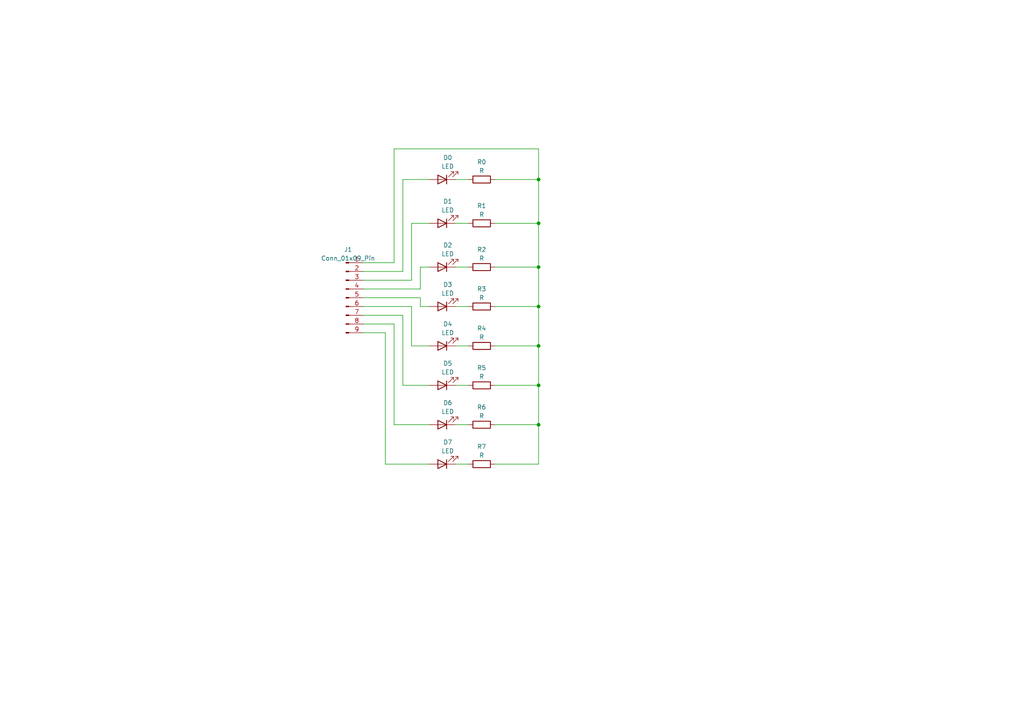
<source format=kicad_sch>
(kicad_sch (version 20230121) (generator eeschema)
  (paper "A4")
  (lib_symbols
    (symbol "Connector:Conn_01x09_Pin" (pin_names (offset 1.016) hide)
      (property "Reference" "J" (at 0 12.7 0))
      (property "Value" "Conn_01x09_Pin" (at 0 -12.7 0))
      (symbol "Conn_01x09_Pin_1_1"
        (polyline (pts (xy 1.27 -10.16) (xy 0.8636 -10.16)) (stroke (width 0.1524)))
        (polyline (pts (xy 1.27 -7.62) (xy 0.8636 -7.62)) (stroke (width 0.1524)))
        (polyline (pts (xy 1.27 -5.08) (xy 0.8636 -5.08)) (stroke (width 0.1524)))
        (polyline (pts (xy 1.27 -2.54) (xy 0.8636 -2.54)) (stroke (width 0.1524)))
        (polyline (pts (xy 1.27 0) (xy 0.8636 0)) (stroke (width 0.1524)))
        (polyline (pts (xy 1.27 2.54) (xy 0.8636 2.54)) (stroke (width 0.1524)))
        (polyline (pts (xy 1.27 5.08) (xy 0.8636 5.08)) (stroke (width 0.1524)))
        (polyline (pts (xy 1.27 7.62) (xy 0.8636 7.62)) (stroke (width 0.1524)))
        (polyline (pts (xy 1.27 10.16) (xy 0.8636 10.16)) (stroke (width 0.1524)))
        (rectangle (start 0.8636 -10.033) (end 0 -10.287) (stroke (width 0.1524)) (fill (type outline)))
        (rectangle (start 0.8636 -7.493) (end 0 -7.747) (stroke (width 0.1524)) (fill (type outline)))
        (rectangle (start 0.8636 -4.953) (end 0 -5.207) (stroke (width 0.1524)) (fill (type outline)))
        (rectangle (start 0.8636 -2.413) (end 0 -2.667) (stroke (width 0.1524)) (fill (type outline)))
        (rectangle (start 0.8636 0.127) (end 0 -0.127) (stroke (width 0.1524)) (fill (type outline)))
        (rectangle (start 0.8636 2.667) (end 0 2.413) (stroke (width 0.1524)) (fill (type outline)))
        (rectangle (start 0.8636 5.207) (end 0 4.953) (stroke (width 0.1524)) (fill (type outline)))
        (rectangle (start 0.8636 7.747) (end 0 7.493) (stroke (width 0.1524)) (fill (type outline)))
        (rectangle (start 0.8636 10.287) (end 0 10.033) (stroke (width 0.1524)) (fill (type outline)))
        (pin passive line (at 5.08 10.16 180) (length 3.81) (name "Pin_1") (number "1"))
        (pin passive line (at 5.08 7.62 180) (length 3.81) (name "Pin_2") (number "2"))
        (pin passive line (at 5.08 5.08 180) (length 3.81) (name "Pin_3") (number "3"))
        (pin passive line (at 5.08 2.54 180) (length 3.81) (name "Pin_4") (number "4"))
        (pin passive line (at 5.08 0 180) (length 3.81) (name "Pin_5") (number "5"))
        (pin passive line (at 5.08 -2.54 180) (length 3.81) (name "Pin_6") (number "6"))
        (pin passive line (at 5.08 -5.08 180) (length 3.81) (name "Pin_7") (number "7"))
        (pin passive line (at 5.08 -7.62 180) (length 3.81) (name "Pin_8") (number "8"))
        (pin passive line (at 5.08 -10.16 180) (length 3.81) (name "Pin_9") (number "9"))
      )
    )
    (symbol "Device:LED" (pin_numbers hide) (pin_names (offset 1.016) hide)
      (property "Reference" "D" (at 0 2.54 0))
      (property "Value" "LED" (at 0 -2.54 0))
      (symbol "LED_0_1"
        (polyline (pts (xy -1.27 -1.27) (xy -1.27 1.27)) (stroke (width 0.254)))
        (polyline (pts (xy -1.27 0) (xy 1.27 0)))
        (polyline (pts (xy 1.27 -1.27) (xy 1.27 1.27) (xy -1.27 0) (xy 1.27 -1.27)) (stroke (width 0.254)))
        (polyline (pts (xy -3.048 -0.762) (xy -4.572 -2.286) (xy -3.81 -2.286) (xy -4.572 -2.286) (xy -4.572 -1.524)))
        (polyline (pts (xy -1.778 -0.762) (xy -3.302 -2.286) (xy -2.54 -2.286) (xy -3.302 -2.286) (xy -3.302 -1.524)))
      )
      (symbol "LED_1_1"
        (pin passive line (at -3.81 0 0) (length 2.54) (name "K") (number "1"))
        (pin passive line (at 3.81 0 180) (length 2.54) (name "A") (number "2"))
      )
    )
    (symbol "Device:R" (pin_numbers hide) (pin_names (offset 0))
      (property "Reference" "R" (at 2.032 0 90))
      (property "Value" "R" (at 0 0 90))
      (symbol "R_0_1"
        (rectangle (start -1.016 -2.54) (end 1.016 2.54) (stroke (width 0.254)))
      )
      (symbol "R_1_1"
        (pin passive line (at 0 3.81 270) (length 1.27) (name "~") (number "1"))
        (pin passive line (at 0 -3.81 90) (length 1.27) (name "~") (number "2"))
      )
    )
  )
  (junction (at 156.21 111.76))
  (junction (at 156.21 100.33))
  (junction (at 156.21 64.77))
  (junction (at 156.21 52.07))
  (junction (at 156.21 77.47))
  (junction (at 156.21 123.19))
  (junction (at 156.21 88.9))
  (wire (pts (xy 132.08 88.9) (xy 135.89 88.9)))
  (wire (pts (xy 143.51 100.33) (xy 156.21 100.33)))
  (wire (pts (xy 116.84 78.74) (xy 116.84 52.07)))
  (wire (pts (xy 105.41 81.28) (xy 119.38 81.28)))
  (wire (pts (xy 156.21 77.47) (xy 156.21 88.9)))
  (wire (pts (xy 143.51 134.62) (xy 156.21 134.62)))
  (wire (pts (xy 119.38 81.28) (xy 119.38 64.77)))
  (wire (pts (xy 111.76 96.52) (xy 111.76 134.62)))
  (wire (pts (xy 121.92 77.47) (xy 124.46 77.47)))
  (wire (pts (xy 132.08 123.19) (xy 135.89 123.19)))
  (wire (pts (xy 116.84 111.76) (xy 124.46 111.76)))
  (wire (pts (xy 105.41 83.82) (xy 121.92 83.82)))
  (wire (pts (xy 119.38 100.33) (xy 124.46 100.33)))
  (wire (pts (xy 105.41 91.44) (xy 116.84 91.44)))
  (wire (pts (xy 156.21 43.18) (xy 156.21 52.07)))
  (wire (pts (xy 114.3 93.98) (xy 114.3 123.19)))
  (wire (pts (xy 132.08 77.47) (xy 135.89 77.47)))
  (wire (pts (xy 121.92 88.9) (xy 121.92 86.36)))
  (wire (pts (xy 156.21 111.76) (xy 156.21 123.19)))
  (wire (pts (xy 143.51 88.9) (xy 156.21 88.9)))
  (wire (pts (xy 105.41 96.52) (xy 111.76 96.52)))
  (wire (pts (xy 119.38 64.77) (xy 124.46 64.77)))
  (wire (pts (xy 132.08 100.33) (xy 135.89 100.33)))
  (wire (pts (xy 114.3 43.18) (xy 156.21 43.18)))
  (wire (pts (xy 105.41 88.9) (xy 119.38 88.9)))
  (wire (pts (xy 114.3 76.2) (xy 114.3 43.18)))
  (wire (pts (xy 114.3 76.2) (xy 105.41 76.2)))
  (wire (pts (xy 105.41 86.36) (xy 121.92 86.36)))
  (wire (pts (xy 105.41 78.74) (xy 116.84 78.74)))
  (wire (pts (xy 105.41 93.98) (xy 114.3 93.98)))
  (wire (pts (xy 132.08 64.77) (xy 135.89 64.77)))
  (wire (pts (xy 156.21 52.07) (xy 156.21 64.77)))
  (wire (pts (xy 143.51 52.07) (xy 156.21 52.07)))
  (wire (pts (xy 119.38 88.9) (xy 119.38 100.33)))
  (wire (pts (xy 116.84 91.44) (xy 116.84 111.76)))
  (wire (pts (xy 143.51 111.76) (xy 156.21 111.76)))
  (wire (pts (xy 143.51 77.47) (xy 156.21 77.47)))
  (wire (pts (xy 156.21 64.77) (xy 156.21 77.47)))
  (wire (pts (xy 143.51 123.19) (xy 156.21 123.19)))
  (wire (pts (xy 156.21 88.9) (xy 156.21 100.33)))
  (wire (pts (xy 132.08 134.62) (xy 135.89 134.62)))
  (wire (pts (xy 121.92 88.9) (xy 124.46 88.9)))
  (wire (pts (xy 111.76 134.62) (xy 124.46 134.62)))
  (wire (pts (xy 156.21 123.19) (xy 156.21 134.62)))
  (wire (pts (xy 132.08 111.76) (xy 135.89 111.76)))
  (wire (pts (xy 143.51 64.77) (xy 156.21 64.77)))
  (wire (pts (xy 156.21 100.33) (xy 156.21 111.76)))
  (wire (pts (xy 116.84 52.07) (xy 124.46 52.07)))
  (wire (pts (xy 114.3 123.19) (xy 124.46 123.19)))
  (wire (pts (xy 132.08 52.07) (xy 135.89 52.07)))
  (wire (pts (xy 121.92 83.82) (xy 121.92 77.47)))
  (symbol (lib_id "Device:R") (at 139.7 64.77 270) (unit 1)
    (property "Reference" "R1" (at 139.7 59.69 90))
    (property "Value" "R" (at 139.7 62.23 90))
    (property "Footprint" "Resistor_SMD:R_1206_3216Metric" (effects hide))
  )
  (symbol (lib_id "Device:R") (at 139.7 134.62 270) (unit 1)
    (property "Reference" "R7" (at 139.7 129.54 90))
    (property "Value" "R" (at 139.7 132.08 90))
    (property "Footprint" "Resistor_SMD:R_1206_3216Metric" (effects hide))
  )
  (symbol (lib_id "Device:R") (at 139.7 52.07 270) (unit 1)
    (property "Reference" "R0" (at 139.7 46.99 90))
    (property "Value" "R" (at 139.7 49.53 90))
    (property "Footprint" "Resistor_SMD:R_1206_3216Metric" (effects hide))
  )
  (symbol (lib_id "Device:LED") (at 128.27 100.33 180) (unit 1)
    (property "Reference" "D4" (at 129.8575 93.98 0))
    (property "Value" "LED" (at 129.8575 96.52 0))
    (property "Footprint" "LED_SMD:LED_Yuji_5730" (effects hide))
  )
  (symbol (lib_id "Connector:Conn_01x09_Pin") (at 100.33 86.36 0) (unit 1)
    (property "Reference" "J1" (at 100.965 72.39 0))
    (property "Value" "Conn_01x09_Pin" (at 100.965 74.93 0))
    (property "Footprint" "Connector_PinHeader_2.54mm:PinHeader_1x09_P2.54mm_Vertical" (effects hide))
  )
  (symbol (lib_id "Device:LED") (at 128.27 88.9 180) (unit 1)
    (property "Reference" "D3" (at 129.8575 82.55 0))
    (property "Value" "LED" (at 129.8575 85.09 0))
    (property "Footprint" "LED_SMD:LED_Yuji_5730" (effects hide))
  )
  (symbol (lib_id "Device:LED") (at 128.27 52.07 180) (unit 1)
    (property "Reference" "D0" (at 129.8575 45.72 0))
    (property "Value" "LED" (at 129.8575 48.26 0))
    (property "Footprint" "LED_SMD:LED_Yuji_5730" (effects hide))
  )
  (symbol (lib_id "Device:R") (at 139.7 88.9 270) (unit 1)
    (property "Reference" "R3" (at 139.7 83.82 90))
    (property "Value" "R" (at 139.7 86.36 90))
    (property "Footprint" "Resistor_SMD:R_1206_3216Metric" (effects hide))
  )
  (symbol (lib_id "Device:R") (at 139.7 77.47 270) (unit 1)
    (property "Reference" "R2" (at 139.7 72.39 90))
    (property "Value" "R" (at 139.7 74.93 90))
    (property "Footprint" "Resistor_SMD:R_1206_3216Metric" (effects hide))
  )
  (symbol (lib_id "Device:LED") (at 128.27 111.76 180) (unit 1)
    (property "Reference" "D5" (at 129.8575 105.41 0))
    (property "Value" "LED" (at 129.8575 107.95 0))
    (property "Footprint" "LED_SMD:LED_Yuji_5730" (effects hide))
  )
  (symbol (lib_id "Device:R") (at 139.7 100.33 270) (unit 1)
    (property "Reference" "R4" (at 139.7 95.25 90))
    (property "Value" "R" (at 139.7 97.79 90))
    (property "Footprint" "Resistor_SMD:R_1206_3216Metric" (effects hide))
  )
  (symbol (lib_id "Device:R") (at 139.7 111.76 270) (unit 1)
    (property "Reference" "R5" (at 139.7 106.68 90))
    (property "Value" "R" (at 139.7 109.22 90))
    (property "Footprint" "Resistor_SMD:R_1206_3216Metric" (effects hide))
  )
  (symbol (lib_id "Device:LED") (at 128.27 134.62 180) (unit 1)
    (property "Reference" "D7" (at 129.8575 128.27 0))
    (property "Value" "LED" (at 129.8575 130.81 0))
    (property "Footprint" "LED_SMD:LED_Yuji_5730" (effects hide))
  )
  (symbol (lib_id "Device:LED") (at 128.27 77.47 180) (unit 1)
    (property "Reference" "D2" (at 129.8575 71.12 0))
    (property "Value" "LED" (at 129.8575 73.66 0))
    (property "Footprint" "LED_SMD:LED_Yuji_5730" (effects hide))
  )
  (symbol (lib_id "Device:R") (at 139.7 123.19 270) (unit 1)
    (property "Reference" "R6" (at 139.7 118.11 90))
    (property "Value" "R" (at 139.7 120.65 90))
    (property "Footprint" "Resistor_SMD:R_1206_3216Metric" (effects hide))
  )
  (symbol (lib_id "Device:LED") (at 128.27 64.77 180) (unit 1)
    (property "Reference" "D1" (at 129.8575 58.42 0))
    (property "Value" "LED" (at 129.8575 60.96 0))
    (property "Footprint" "LED_SMD:LED_Yuji_5730" (effects hide))
  )
  (symbol (lib_id "Device:LED") (at 128.27 123.19 180) (unit 1)
    (property "Reference" "D6" (at 129.8575 116.84 0))
    (property "Value" "LED" (at 129.8575 119.38 0))
    (property "Footprint" "LED_SMD:LED_Yuji_5730" (effects hide))
  )
)
</source>
